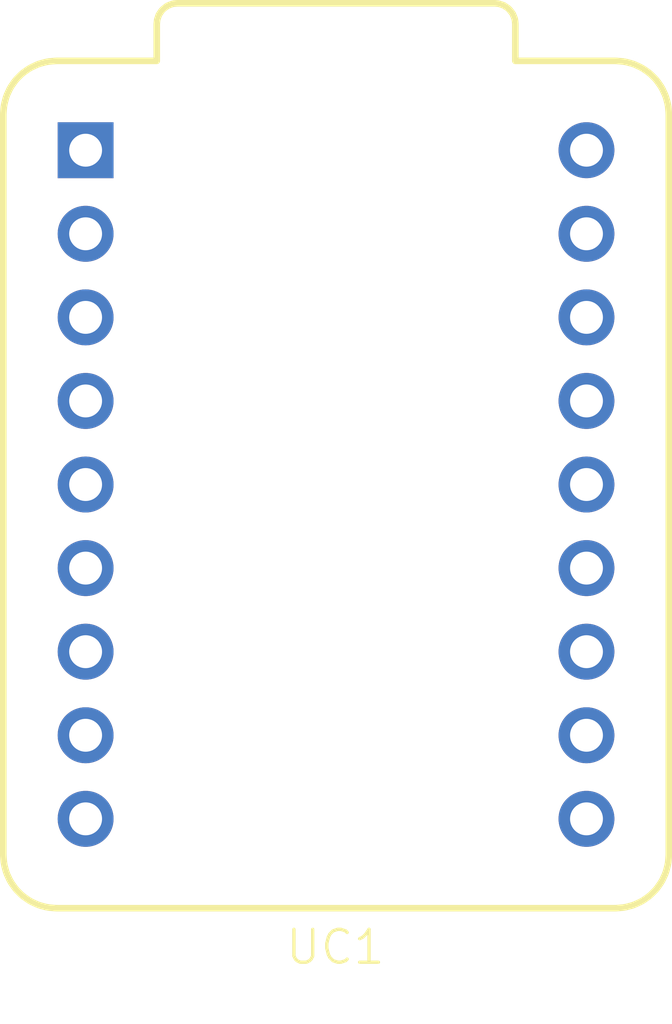
<source format=kicad_pcb>
(kicad_pcb (version 20240108) (generator "pcbnew") (generator_version "8.0")
  (layers (0 "F.Cu" signal) (31 "B.Cu" signal) (34 "B.Paste" user) (35 "F.Paste" user) (36 "B.SilkS" user "B.Silkscreen") (37 "F.SilkS" user "F.Silkscreen") (38 "B.Mask" user) (39 "F.Mask" user) (44 "Edge.Cuts" user))
  (net 0 "")
  (footprint "ESP32-C6-Zero:ESP32-C6-Zero-M" (layer "F.Cu") (at 10.225 14.725)
    (property "Reference" "UC1" (at -0.02 14.06 0) (layer "F.SilkS") (effects (font (thickness 0.1))))
    (property "Value" "ESP32-C6-Zero")
    (fp_poly (pts (xy 9.268004 -12.680455) (xy 9.102125 -12.757805) (xy 9.007943 -12.792084) (xy 8.831153 -12.839455) (xy 8.732446 -12.85686) (xy 8.550115 -12.872812) (xy 8.5 -12.875) (xy 5.455 -12.875) (xy 5.455 -14) (xy 5.443951 -14.112177) (xy 5.440145 -14.131311) (xy 5.431601 -14.167955) (xy 5.374159 -14.306634) (xy 5.28278 -14.42572) (xy 5.25572 -14.45278) (xy 5.228258 -14.478502) (xy 5.10345 -14.561896) (xy 4.961311 -14.610145) (xy 4.942177 -14.613951) (xy 4.83 -14.625) (xy -4.83 -14.625) (xy -4.942177 -14.613951) (xy -4.961311 -14.610145) (xy -4.997955 -14.601601) (xy -5.136634 -14.544159) (xy -5.25572 -14.45278) (xy -5.28278 -14.42572) (xy -5.308502 -14.398258) (xy -5.391896 -14.27345) (xy -5.440145 -14.131311) (xy -5.443951 -14.112177) (xy -5.455 -14) (xy -5.455 -12.875) (xy -8.5 -12.875) (xy -8.550115 -12.872812) (xy -8.732446 -12.85686) (xy -8.83115 -12.839456) (xy -9.00794 -12.792086) (xy -9.102127 -12.757805) (xy -9.268006 -12.680454) (xy -9.354806 -12.630339) (xy -9.504733 -12.525359) (xy -9.581513 -12.460933) (xy -9.710933 -12.331513) (xy -9.775359 -12.254733) (xy -9.880339 -12.104806) (xy -9.930454 -12.018006) (xy -10.007805 -11.852127) (xy -10.042086 -11.75794) (xy -10.089456 -11.58115) (xy -10.10686 -11.482446) (xy -10.122812 -11.300115) (xy -10.123568 -11.282806) (xy -10.125 -11.25) (xy -10.125 11.25) (xy -10.122812 11.300115) (xy -10.10686 11.482446) (xy -10.089456 11.58115) (xy -10.042086 11.75794) (xy -10.007805 11.852127) (xy -9.930454 12.018006) (xy -9.880339 12.104806) (xy -9.775359 12.254733) (xy -9.710933 12.331513) (xy -9.581513 12.460933) (xy -9.504733 12.525359) (xy -9.354806 12.630339) (xy -9.268006 12.680454) (xy -9.102127 12.757805) (xy -9.00794 12.792086) (xy -8.83115 12.839456) (xy -8.732446 12.85686) (xy -8.550115 12.872812) (xy -8.5 12.875) (xy 8.5 12.875) (xy 8.550115 12.872812) (xy 8.732446 12.85686) (xy 8.831153 12.839455) (xy 9.007943 12.792084) (xy 9.102125 12.757805) (xy 9.268004 12.680455) (xy 9.354806 12.630339) (xy 9.504733 12.525359) (xy 9.581513 12.460933) (xy 9.710933 12.331513) (xy 9.775359 12.254733) (xy 9.880339 12.104806) (xy 9.930455 12.018004) (xy 10.007805 11.852125) (xy 10.042084 11.757943) (xy 10.089455 11.581153) (xy 10.10686 11.482446) (xy 10.122812 11.300115) (xy 10.125 11.25) (xy 10.125 -11.25) (xy 10.122812 -11.300115) (xy 10.10686 -11.482446) (xy 10.089455 -11.581153) (xy 10.042084 -11.757943) (xy 10.007805 -11.852125) (xy 9.930455 -12.018004) (xy 9.880339 -12.104806) (xy 9.775359 -12.254733) (xy 9.710933 -12.331513) (xy 9.581513 -12.460933) (xy 9.504733 -12.525359) (xy 9.354806 -12.630339)) (stroke (width 0.2)) (fill none) (layer "F.SilkS"))
    (pad "1" thru_hole rect (at -7.62 -10.16) (size 1.7 1.7) (drill 1) (layers "*.Cu" "*.Mask"))
    (pad "2" thru_hole oval (at -7.62 -7.62) (size 1.7 1.7) (drill 1) (layers "*.Cu" "*.Mask"))
    (pad "3" thru_hole oval (at -7.62 -5.08) (size 1.7 1.7) (drill 1) (layers "*.Cu" "*.Mask"))
    (pad "4" thru_hole oval (at -7.62 -2.54) (size 1.7 1.7) (drill 1) (layers "*.Cu" "*.Mask"))
    (pad "5" thru_hole oval (at -7.62 0) (size 1.7 1.7) (drill 1) (layers "*.Cu" "*.Mask"))
    (pad "6" thru_hole oval (at -7.62 2.54) (size 1.7 1.7) (drill 1) (layers "*.Cu" "*.Mask"))
    (pad "7" thru_hole oval (at -7.62 5.08) (size 1.7 1.7) (drill 1) (layers "*.Cu" "*.Mask"))
    (pad "8" thru_hole oval (at -7.62 7.62) (size 1.7 1.7) (drill 1) (layers "*.Cu" "*.Mask"))
    (pad "9" thru_hole oval (at -7.62 10.16) (size 1.7 1.7) (drill 1) (layers "*.Cu" "*.Mask"))
    (pad "10" thru_hole oval (at 7.62 10.16) (size 1.7 1.7) (drill 1) (layers "*.Cu" "*.Mask"))
    (pad "11" thru_hole oval (at 7.62 7.62) (size 1.7 1.7) (drill 1) (layers "*.Cu" "*.Mask"))
    (pad "12" thru_hole oval (at 7.62 5.08) (size 1.7 1.7) (drill 1) (layers "*.Cu" "*.Mask"))
    (pad "13" thru_hole oval (at 7.62 2.54) (size 1.7 1.7) (drill 1) (layers "*.Cu" "*.Mask"))
    (pad "14" thru_hole oval (at 7.62 0) (size 1.7 1.7) (drill 1) (layers "*.Cu" "*.Mask"))
    (pad "15" thru_hole oval (at 7.62 -2.54) (size 1.7 1.7) (drill 1) (layers "*.Cu" "*.Mask"))
    (pad "16" thru_hole oval (at 7.62 -5.08) (size 1.7 1.7) (drill 1) (layers "*.Cu" "*.Mask"))
    (pad "17" thru_hole oval (at 7.62 -7.62) (size 1.7 1.7) (drill 1) (layers "*.Cu" "*.Mask"))
    (pad "18" thru_hole circle (at 7.62 -10.16) (size 1.7 1.7) (drill 1) (layers "*.Cu" "*.Mask"))
  )
)
</source>
